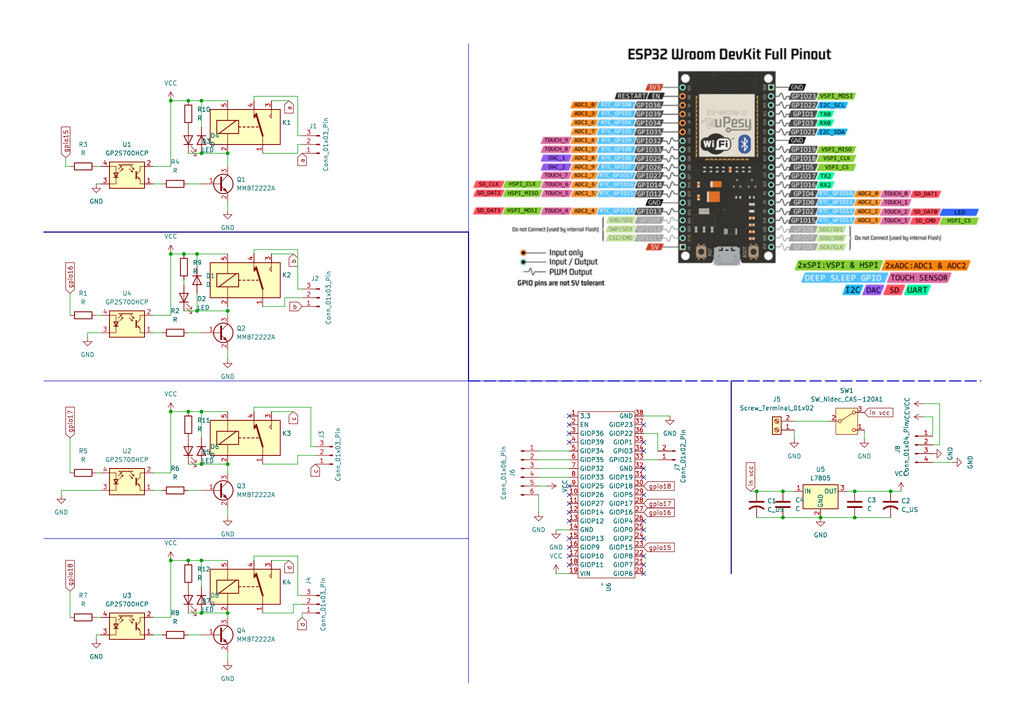
<source format=kicad_sch>
(kicad_sch (version 20250114) (generator "eeschema") (generator_version "9.0")
  (paper "A4")
  (lib_symbols
    (symbol "Connector:Conn_01x02_Pin" (pin_names (offset 1.016) (hide yes))
      (property "Reference" "J" (at 0 2.54 0))
      (property "Value" "Conn_01x02_Pin" (at 0 -5.08 0))
      (symbol "Conn_01x02_Pin_1_1"
        (rectangle (start 0.8636 0.127) (end 0 -0.127) (stroke (width 0.1524)) (fill (type outline)))
        (rectangle (start 0.8636 -2.413) (end 0 -2.667) (stroke (width 0.1524)) (fill (type outline)))
        (polyline (pts (xy 1.27 0) (xy 0.8636 0)) (stroke (width 0.1524)))
        (polyline (pts (xy 1.27 -2.54) (xy 0.8636 -2.54)) (stroke (width 0.1524)))
        (pin passive line (at 5.08 0 180) (length 3.81) (name "Pin_1") (number "1"))
        (pin passive line (at 5.08 -2.54 180) (length 3.81) (name "Pin_2") (number "2"))
      )
    )
    (symbol "Connector:Conn_01x03_Pin" (pin_names (offset 1.016) (hide yes))
      (property "Reference" "J" (at 0 5.08 0))
      (property "Value" "Conn_01x03_Pin" (at 0 -5.08 0))
      (symbol "Conn_01x03_Pin_1_1"
        (rectangle (start 0.8636 2.667) (end 0 2.413) (stroke (width 0.1524)) (fill (type outline)))
        (rectangle (start 0.8636 0.127) (end 0 -0.127) (stroke (width 0.1524)) (fill (type outline)))
        (rectangle (start 0.8636 -2.413) (end 0 -2.667) (stroke (width 0.1524)) (fill (type outline)))
        (polyline (pts (xy 1.27 2.54) (xy 0.8636 2.54)) (stroke (width 0.1524)))
        (polyline (pts (xy 1.27 0) (xy 0.8636 0)) (stroke (width 0.1524)))
        (polyline (pts (xy 1.27 -2.54) (xy 0.8636 -2.54)) (stroke (width 0.1524)))
        (pin passive line (at 5.08 2.54 180) (length 3.81) (name "Pin_1") (number "1"))
        (pin passive line (at 5.08 0 180) (length 3.81) (name "Pin_2") (number "2"))
        (pin passive line (at 5.08 -2.54 180) (length 3.81) (name "Pin_3") (number "3"))
      )
    )
    (symbol "Connector:Conn_01x04_Pin" (pin_names (offset 1.016) (hide yes))
      (property "Reference" "J" (at 0 5.08 0))
      (property "Value" "Conn_01x04_Pin" (at 0 -7.62 0))
      (symbol "Conn_01x04_Pin_1_1"
        (rectangle (start 0.8636 2.667) (end 0 2.413) (stroke (width 0.1524)) (fill (type outline)))
        (rectangle (start 0.8636 0.127) (end 0 -0.127) (stroke (width 0.1524)) (fill (type outline)))
        (rectangle (start 0.8636 -2.413) (end 0 -2.667) (stroke (width 0.1524)) (fill (type outline)))
        (rectangle (start 0.8636 -4.953) (end 0 -5.207) (stroke (width 0.1524)) (fill (type outline)))
        (polyline (pts (xy 1.27 2.54) (xy 0.8636 2.54)) (stroke (width 0.1524)))
        (polyline (pts (xy 1.27 0) (xy 0.8636 0)) (stroke (width 0.1524)))
        (polyline (pts (xy 1.27 -2.54) (xy 0.8636 -2.54)) (stroke (width 0.1524)))
        (polyline (pts (xy 1.27 -5.08) (xy 0.8636 -5.08)) (stroke (width 0.1524)))
        (pin passive line (at 5.08 2.54 180) (length 3.81) (name "Pin_1") (number "1"))
        (pin passive line (at 5.08 0 180) (length 3.81) (name "Pin_2") (number "2"))
        (pin passive line (at 5.08 -2.54 180) (length 3.81) (name "Pin_3") (number "3"))
        (pin passive line (at 5.08 -5.08 180) (length 3.81) (name "Pin_4") (number "4"))
      )
    )
    (symbol "Connector:Conn_01x06_Pin" (pin_names (offset 1.016) (hide yes))
      (property "Reference" "J" (at 0 7.62 0))
      (property "Value" "Conn_01x06_Pin" (at 0 -10.16 0))
      (symbol "Conn_01x06_Pin_1_1"
        (rectangle (start 0.8636 5.207) (end 0 4.953) (stroke (width 0.1524)) (fill (type outline)))
        (rectangle (start 0.8636 2.667) (end 0 2.413) (stroke (width 0.1524)) (fill (type outline)))
        (rectangle (start 0.8636 0.127) (end 0 -0.127) (stroke (width 0.1524)) (fill (type outline)))
        (rectangle (start 0.8636 -2.413) (end 0 -2.667) (stroke (width 0.1524)) (fill (type outline)))
        (rectangle (start 0.8636 -4.953) (end 0 -5.207) (stroke (width 0.1524)) (fill (type outline)))
        (rectangle (start 0.8636 -7.493) (end 0 -7.747) (stroke (width 0.1524)) (fill (type outline)))
        (polyline (pts (xy 1.27 5.08) (xy 0.8636 5.08)) (stroke (width 0.1524)))
        (polyline (pts (xy 1.27 2.54) (xy 0.8636 2.54)) (stroke (width 0.1524)))
        (polyline (pts (xy 1.27 0) (xy 0.8636 0)) (stroke (width 0.1524)))
        (polyline (pts (xy 1.27 -2.54) (xy 0.8636 -2.54)) (stroke (width 0.1524)))
        (polyline (pts (xy 1.27 -5.08) (xy 0.8636 -5.08)) (stroke (width 0.1524)))
        (polyline (pts (xy 1.27 -7.62) (xy 0.8636 -7.62)) (stroke (width 0.1524)))
        (pin passive line (at 5.08 5.08 180) (length 3.81) (name "Pin_1") (number "1"))
        (pin passive line (at 5.08 2.54 180) (length 3.81) (name "Pin_2") (number "2"))
        (pin passive line (at 5.08 0 180) (length 3.81) (name "Pin_3") (number "3"))
        (pin passive line (at 5.08 -2.54 180) (length 3.81) (name "Pin_4") (number "4"))
        (pin passive line (at 5.08 -5.08 180) (length 3.81) (name "Pin_5") (number "5"))
        (pin passive line (at 5.08 -7.62 180) (length 3.81) (name "Pin_6") (number "6"))
      )
    )
    (symbol "Connector:Screw_Terminal_01x02" (pin_names (offset 1.016) (hide yes))
      (property "Reference" "J" (at 0 2.54 0))
      (property "Value" "Screw_Terminal_01x02" (at 0 -5.08 0))
      (symbol "Screw_Terminal_01x02_1_1"
        (rectangle (start -1.27 1.27) (end 1.27 -3.81) (stroke (width 0.254)) (fill (type background)))
        (polyline (pts (xy -0.5334 0.3302) (xy 0.3302 -0.508)) (stroke (width 0.1524)))
        (polyline (pts (xy -0.5334 -2.2098) (xy 0.3302 -3.048)) (stroke (width 0.1524)))
        (polyline (pts (xy -0.3556 0.508) (xy 0.508 -0.3302)) (stroke (width 0.1524)))
        (polyline (pts (xy -0.3556 -2.032) (xy 0.508 -2.8702)) (stroke (width 0.1524)))
        (circle (center 0 0) (radius 0.635) (stroke (width 0.1524)))
        (circle (center 0 -2.54) (radius 0.635) (stroke (width 0.1524)))
        (pin passive line (at -5.08 0 0) (length 3.81) (name "Pin_1") (number "1"))
        (pin passive line (at -5.08 -2.54 0) (length 3.81) (name "Pin_2") (number "2"))
      )
    )
    (symbol "Device:C" (pin_numbers (hide yes)) (pin_names (offset 0.254))
      (property "Reference" "C" (at 0.635 2.54 0))
      (property "Value" "C" (at 0.635 -2.54 0))
      (symbol "C_0_1"
        (polyline (pts (xy -2.032 0.762) (xy 2.032 0.762)) (stroke (width 0.508)))
        (polyline (pts (xy -2.032 -0.762) (xy 2.032 -0.762)) (stroke (width 0.508)))
      )
      (symbol "C_1_1"
        (pin passive line (at 0 3.81 270) (length 2.794) (name "~") (number "1"))
        (pin passive line (at 0 -3.81 90) (length 2.794) (name "~") (number "2"))
      )
    )
    (symbol "Device:C_US" (pin_numbers (hide yes)) (pin_names (offset 0.254) (hide yes))
      (property "Reference" "C" (at 0.635 2.54 0))
      (property "Value" "C_US" (at 0.635 -2.54 0))
      (symbol "C_US_0_1"
        (polyline (pts (xy -2.032 0.762) (xy 2.032 0.762)) (stroke (width 0.508)))
        (arc (start -2.032 -1.27) (mid 0 -0.5572) (end 2.032 -1.27) (stroke (width 0.508)))
      )
      (symbol "C_US_1_1"
        (pin passive line (at 0 3.81 270) (length 2.794) (name "~") (number "1"))
        (pin passive line (at 0 -3.81 90) (length 3.302) (name "~") (number "2"))
      )
    )
    (symbol "Device:D" (pin_numbers (hide yes)) (pin_names (offset 1.016) (hide yes))
      (property "Reference" "D" (at 0 2.54 0))
      (property "Value" "D" (at 0 -2.54 0))
      (symbol "D_0_1"
        (polyline (pts (xy -1.27 1.27) (xy -1.27 -1.27)) (stroke (width 0.254)))
        (polyline (pts (xy 1.27 1.27) (xy 1.27 -1.27) (xy -1.27 0) (xy 1.27 1.27)) (stroke (width 0.254)))
        (polyline (pts (xy 1.27 0) (xy -1.27 0)))
      )
      (symbol "D_1_1"
        (pin passive line (at -3.81 0 0) (length 2.54) (name "K") (number "1"))
        (pin passive line (at 3.81 0 180) (length 2.54) (name "A") (number "2"))
      )
    )
    (symbol "Device:LED" (pin_numbers (hide yes)) (pin_names (offset 1.016) (hide yes))
      (property "Reference" "D" (at 0 2.54 0))
      (property "Value" "LED" (at 0 -2.54 0))
      (symbol "LED_0_1"
        (polyline (pts (xy -3.048 -0.762) (xy -4.572 -2.286) (xy -3.81 -2.286) (xy -4.572 -2.286) (xy -4.572 -1.524)))
        (polyline (pts (xy -1.778 -0.762) (xy -3.302 -2.286) (xy -2.54 -2.286) (xy -3.302 -2.286) (xy -3.302 -1.524)))
        (polyline (pts (xy -1.27 0) (xy 1.27 0)))
        (polyline (pts (xy -1.27 -1.27) (xy -1.27 1.27)) (stroke (width 0.254)))
        (polyline (pts (xy 1.27 -1.27) (xy 1.27 1.27) (xy -1.27 0) (xy 1.27 -1.27)) (stroke (width 0.254)))
      )
      (symbol "LED_1_1"
        (pin passive line (at -3.81 0 0) (length 2.54) (name "K") (number "1"))
        (pin passive line (at 3.81 0 180) (length 2.54) (name "A") (number "2"))
      )
    )
    (symbol "Device:R" (pin_numbers (hide yes)) (pin_names (offset 0))
      (property "Reference" "R" (at 2.032 0 90))
      (property "Value" "R" (at 0 0 90))
      (symbol "R_0_1"
        (rectangle (start -1.016 -2.54) (end 1.016 2.54) (stroke (width 0.254)))
      )
      (symbol "R_1_1"
        (pin passive line (at 0 3.81 270) (length 1.27) (name "~") (number "1"))
        (pin passive line (at 0 -3.81 90) (length 1.27) (name "~") (number "2"))
      )
    )
    (symbol "Regulator_Linear:L7805" (pin_names (offset 0.254))
      (property "Reference" "U" (at -3.81 3.175 0))
      (property "Value" "L7805" (at 0 3.175 0))
      (symbol "L7805_0_1"
        (rectangle (start -5.08 1.905) (end 5.08 -5.08) (stroke (width 0.254)) (fill (type background)))
      )
      (symbol "L7805_1_1"
        (pin power_in line (at -7.62 0 0) (length 2.54) (name "IN") (number "1"))
        (pin power_in line (at 0 -7.62 90) (length 2.54) (name "GND") (number "2"))
        (pin power_out line (at 7.62 0 180) (length 2.54) (name "OUT") (number "3"))
      )
    )
    (symbol "Relay:SANYOU_SRD_Form_C"
      (property "Reference" "K" (at 11.43 3.81 0))
      (property "Value" "SANYOU_SRD_Form_C" (at 11.43 1.27 0))
      (symbol "SANYOU_SRD_Form_C_0_0"
        (polyline (pts (xy 7.62 5.08) (xy 7.62 2.54) (xy 6.985 3.175) (xy 7.62 3.81)))
      )
      (symbol "SANYOU_SRD_Form_C_0_1"
        (rectangle (start -10.16 5.08) (end 10.16 -5.08) (stroke (width 0.254)) (fill (type background)))
        (rectangle (start -8.255 1.905) (end -1.905 -1.905) (stroke (width 0.254)))
        (polyline (pts (xy -7.62 -1.905) (xy -2.54 1.905)) (stroke (width 0.254)))
        (polyline (pts (xy -5.08 5.08) (xy -5.08 1.905)))
        (polyline (pts (xy -5.08 -5.08) (xy -5.08 -1.905)))
        (polyline (pts (xy -1.905 0) (xy -1.27 0)) (stroke (width 0.254)))
        (polyline (pts (xy -0.635 0) (xy 0 0)) (stroke (width 0.254)))
        (polyline (pts (xy 0.635 0) (xy 1.27 0)) (stroke (width 0.254)))
        (polyline (pts (xy 1.905 0) (xy 2.54 0)) (stroke (width 0.254)))
        (polyline (pts (xy 3.175 0) (xy 3.81 0)) (stroke (width 0.254)))
        (polyline (pts (xy 5.08 -2.54) (xy 3.175 3.81)) (stroke (width 0.508)))
        (polyline (pts (xy 5.08 -2.54) (xy 5.08 -5.08)))
      )
      (symbol "SANYOU_SRD_Form_C_1_1"
        (polyline (pts (xy 2.54 3.81) (xy 3.175 3.175) (xy 2.54 2.54) (xy 2.54 5.08)) (fill (type outline)))
        (pin passive line (at -5.08 7.62 270) (length 2.54) (name "~") (number "5"))
        (pin passive line (at -5.08 -7.62 90) (length 2.54) (name "~") (number "2"))
        (pin passive line (at 2.54 7.62 270) (length 2.54) (name "~") (number "4"))
        (pin passive line (at 5.08 -7.62 90) (length 2.54) (name "~") (number "1"))
        (pin passive line (at 7.62 7.62 270) (length 2.54) (name "~") (number "3"))
      )
    )
    (symbol "Sensor_Proximity:GP2S700HCP" (pin_names (offset 0.0254) (hide yes))
      (property "Reference" "U" (at -3.81 5.08 0))
      (property "Value" "GP2S700HCP" (at 12.7 5.08 0))
      (symbol "GP2S700HCP_0_1"
        (polyline (pts (xy -5.08 -2.54) (xy -3.175 -2.54) (xy -3.175 2.54) (xy -5.08 2.54)))
        (polyline (pts (xy -5.08 -3.81) (xy 5.08 -3.81) (xy 5.08 3.81) (xy -5.08 3.81) (xy -5.08 -3.81)) (stroke (width 0.254)) (fill (type background)))
        (polyline (pts (xy -3.81 -0.635) (xy -2.54 -0.635)) (stroke (width 0.254)))
        (polyline (pts (xy -3.175 -0.635) (xy -3.81 0.635) (xy -2.54 0.635) (xy -3.175 -0.635)) (stroke (width 0.254)))
        (polyline (pts (xy -2.54 1.651) (xy -1.524 2.667) (xy -2.032 2.54)))
        (polyline (pts (xy -2.286 2.921) (xy -2.032 3.175)))
        (polyline (pts (xy -2.159 0.889) (xy -1.143 1.905) (xy -1.651 1.778)))
        (polyline (pts (xy -1.778 2.921) (xy -1.524 3.175)))
        (polyline (pts (xy -1.524 2.667) (xy -1.651 2.159)))
        (polyline (pts (xy -1.27 2.921) (xy -1.016 3.175)))
        (polyline (pts (xy -1.143 1.905) (xy -1.27 1.397)))
        (polyline (pts (xy -0.762 2.921) (xy -0.508 3.175)))
        (polyline (pts (xy -0.254 2.921) (xy 0 3.175)))
        (polyline (pts (xy 0.254 2.921) (xy 0.508 3.175)))
        (polyline (pts (xy 0.635 1.905) (xy 1.651 0.889) (xy 1.524 1.397)))
        (polyline (pts (xy 0.762 2.921) (xy 1.016 3.175)))
        (polyline (pts (xy 1.016 2.667) (xy 2.032 1.651) (xy 1.905 2.159)))
        (polyline (pts (xy 1.27 2.921) (xy 1.524 3.175)))
        (polyline (pts (xy 1.651 0.889) (xy 1.143 1.016)))
        (polyline (pts (xy 1.778 2.921) (xy -2.413 2.921)))
        (polyline (pts (xy 2.032 1.651) (xy 1.524 1.778)))
        (polyline (pts (xy 2.667 1.016) (xy 2.667 -1.016) (xy 2.667 -1.016)) (stroke (width 0.3556)))
        (polyline (pts (xy 2.667 0.127) (xy 3.81 1.27)))
        (polyline (pts (xy 2.667 -0.127) (xy 3.81 -1.27)))
        (polyline (pts (xy 3.683 -1.143) (xy 3.429 -0.635) (xy 3.175 -0.889) (xy 3.683 -1.143)))
        (polyline (pts (xy 3.81 1.27) (xy 3.81 2.54) (xy 5.08 2.54)))
        (polyline (pts (xy 3.81 -1.27) (xy 3.81 -2.54) (xy 5.08 -2.54)))
      )
      (symbol "GP2S700HCP_1_1"
        (pin passive line (at -7.62 2.54 0) (length 2.54) (name "A") (number "4"))
        (pin passive line (at -7.62 -2.54 0) (length 2.54) (name "K") (number "3"))
        (pin open_collector line (at 7.62 2.54 180) (length 2.54) (name "~") (number "2"))
        (pin open_emitter line (at 7.62 -2.54 180) (length 2.54) (name "~") (number "1"))
      )
    )
    (symbol "Switch:SW_Nidec_CAS-120A1" (pin_names (offset 1) (hide yes))
      (property "Reference" "SW" (at 0 4.318 0))
      (property "Value" "SW_Nidec_CAS-120A1" (at 0 -5.08 0))
      (symbol "SW_Nidec_CAS-120A1_0_1"
        (circle (center -2.032 0) (radius 0.4572))
        (polyline (pts (xy -1.651 0.254) (xy 1.651 2.286)))
        (circle (center 2.032 2.54) (radius 0.4572))
        (circle (center 2.032 -2.54) (radius 0.4572))
      )
      (symbol "SW_Nidec_CAS-120A1_1_1"
        (rectangle (start -3.175 3.81) (end 3.175 -3.81) (fill (type background)))
        (pin passive line (at -5.08 0 0) (length 2.54) (name "B") (number "2"))
        (pin passive line (at 5.08 2.54 180) (length 2.54) (name "A") (number "3"))
        (pin passive line (at 5.08 -2.54 180) (length 2.54) (name "C") (number "1"))
      )
    )
    (symbol "Transistor_BJT:MMBT2222A" (pin_names (offset 0) (hide yes))
      (property "Reference" "Q" (at 5.08 1.905 0))
      (property "Value" "MMBT2222A" (at 5.08 0 0))
      (symbol "MMBT2222A_0_1"
        (polyline (pts (xy 0.635 1.905) (xy 0.635 -1.905) (xy 0.635 -1.905)) (stroke (width 0.508)))
        (polyline (pts (xy 0.635 0.635) (xy 2.54 2.54)))
        (polyline (pts (xy 0.635 -0.635) (xy 2.54 -2.54) (xy 2.54 -2.54)))
        (circle (center 1.27 0) (radius 2.8194) (stroke (width 0.254)))
        (polyline (pts (xy 1.27 -1.778) (xy 1.778 -1.27) (xy 2.286 -2.286) (xy 1.27 -1.778) (xy 1.27 -1.778)) (fill (type outline)))
      )
      (symbol "MMBT2222A_1_1"
        (pin input line (at -5.08 0 0) (length 5.715) (name "B") (number "1"))
        (pin passive line (at 2.54 5.08 270) (length 2.54) (name "C") (number "3"))
        (pin passive line (at 2.54 -5.08 90) (length 2.54) (name "E") (number "2"))
      )
    )
    (symbol "esp:_1"
      (property "Reference" "U" (at 0 0 0))
      (symbol "_1_0_1"
        (rectangle (start -7.62 0) (end 8.89 -48.26))
      )
      (symbol "_1_1_1"
        (pin input line (at -10.16 -1.27 0) (length 2.54) (name "3.3") (number "1"))
        (pin input line (at -10.16 -3.81 0) (length 2.54) (name "EN") (number "2"))
        (pin input line (at -10.16 -6.35 0) (length 2.54) (name "GIOP36") (number "3"))
        (pin input line (at -10.16 -8.89 0) (length 2.54) (name "GIOP39") (number "4"))
        (pin input line (at -10.16 -11.43 0) (length 2.54) (name "GIOP34") (number "5"))
        (pin input line (at -10.16 -13.97 0) (length 2.54) (name "GIOP35") (number "6"))
        (pin input line (at -10.16 -16.51 0) (length 2.54) (name "GIOP32") (number "7"))
        (pin input line (at -10.16 -19.05 0) (length 2.54) (name "GIOP33") (number "8"))
        (pin input line (at -10.16 -21.59 0) (length 2.54) (name "GIOP25") (number "9"))
        (pin input line (at -10.16 -24.13 0) (length 2.54) (name "GIOP26") (number "10"))
        (pin input line (at -10.16 -26.67 0) (length 2.54) (name "GIOP27") (number "11"))
        (pin input line (at -10.16 -29.21 0) (length 2.54) (name "GIOP14") (number "12"))
        (pin input line (at -10.16 -31.75 0) (length 2.54) (name "GIOP12") (number "13"))
        (pin input line (at -10.16 -34.29 0) (length 2.54) (name "GND") (number "14"))
        (pin input line (at -10.16 -36.83 0) (length 2.54) (name "GIOP13") (number "15"))
        (pin input line (at -10.16 -39.37 0) (length 2.54) (name "GIOP9") (number "16"))
        (pin input line (at -10.16 -41.91 0) (length 2.54) (name "GIOP10") (number "17"))
        (pin input line (at -10.16 -44.45 0) (length 2.54) (name "GIOP11") (number "18"))
        (pin input line (at -10.16 -46.99 0) (length 2.54) (name "VIN") (number "19"))
        (pin input line (at 11.43 -1.27 180) (length 2.54) (name "GND") (number "38"))
        (pin input line (at 11.43 -3.81 180) (length 2.54) (name "GIOP23") (number "37"))
        (pin input line (at 11.43 -6.35 180) (length 2.54) (name "GIOP22") (number "36"))
        (pin input line (at 11.43 -8.89 180) (length 2.54) (name "GIOP1") (number "35"))
        (pin input line (at 11.43 -11.43 180) (length 2.54) (name "GPIO3") (number "34"))
        (pin input line (at 11.43 -13.97 180) (length 2.54) (name "GPIO21") (number "33"))
        (pin input line (at 11.43 -16.51 180) (length 2.54) (name "GND") (number "32"))
        (pin input line (at 11.43 -19.05 180) (length 2.54) (name "GIOP19") (number "31"))
        (pin input line (at 11.43 -21.59 180) (length 2.54) (name "GIOP18") (number "30"))
        (pin input line (at 11.43 -24.13 180) (length 2.54) (name "GIOP5") (number "29"))
        (pin input line (at 11.43 -26.67 180) (length 2.54) (name "GIOP17") (number "28"))
        (pin input line (at 11.43 -29.21 180) (length 2.54) (name "GIOP16") (number "27"))
        (pin input line (at 11.43 -31.75 180) (length 2.54) (name "GIOP4") (number "26"))
        (pin input line (at 11.43 -34.29 180) (length 2.54) (name "GIOP0") (number "25"))
        (pin input line (at 11.43 -36.83 180) (length 2.54) (name "GIOP2") (number "24"))
        (pin input line (at 11.43 -39.37 180) (length 2.54) (name "GIOP15") (number "23"))
        (pin input line (at 11.43 -41.91 180) (length 2.54) (name "GIOP8") (number "22"))
        (pin input line (at 11.43 -44.45 180) (length 2.54) (name "GIOP7") (number "21"))
        (pin input line (at 11.43 -46.99 180) (length 2.54) (name "GIOP6") (number "20"))
      )
    )
    (symbol "power:GND" (power) (pin_numbers (hide yes)) (pin_names (offset 0) (hide yes))
      (property "Value" "GND" (at 0 -3.81 0))
      (symbol "GND_0_1"
        (polyline (pts (xy 0 0) (xy 0 -1.27) (xy 1.27 -1.27) (xy 0 -2.54) (xy -1.27 -1.27) (xy 0 -1.27)))
      )
      (symbol "GND_1_1"
        (pin power_in line (at 0 0 270) (length 0) (name "~") (number "1"))
      )
    )
    (symbol "power:VCC" (power) (pin_numbers (hide yes)) (pin_names (offset 0) (hide yes))
      (property "Value" "VCC" (at 0 3.556 0))
      (symbol "VCC_0_1"
        (polyline (pts (xy -0.762 1.27) (xy 0 2.54)))
        (polyline (pts (xy 0 2.54) (xy 0.762 1.27)))
        (polyline (pts (xy 0 0) (xy 0 2.54)))
      )
      (symbol "VCC_1_1"
        (pin power_in line (at 0 0 90) (length 0) (name "~") (number "1"))
      )
    )
  )
  (junction (at 49.53 162.56))
  (junction (at 58.42 177.8))
  (junction (at 227.076 150.114))
  (junction (at 54.61 29.21))
  (junction (at 247.904 142.494))
  (junction (at 49.53 29.21))
  (junction (at 58.42 162.56))
  (junction (at 58.42 44.45))
  (junction (at 66.04 90.17))
  (junction (at 66.04 134.62))
  (junction (at 58.42 119.38))
  (junction (at 54.61 162.56))
  (junction (at 219.456 142.494))
  (junction (at 57.15 90.17))
  (junction (at 66.04 177.8))
  (junction (at 66.04 44.45))
  (junction (at 58.42 134.62))
  (junction (at 258.318 142.494))
  (junction (at 58.42 29.21))
  (junction (at 247.904 150.114))
  (junction (at 57.15 73.66))
  (junction (at 49.53 119.38))
  (junction (at 237.998 150.114))
  (junction (at 49.53 73.66))
  (junction (at 227.076 142.494))
  (junction (at 53.34 73.66))
  (junction (at 54.61 119.38))
  (no_connect (at 186.69 166.37))
  (no_connect (at 186.69 151.13))
  (no_connect (at 165.1 163.83))
  (no_connect (at 165.1 128.27))
  (no_connect (at 165.1 120.65))
  (no_connect (at 186.69 128.27))
  (no_connect (at 165.1 148.59))
  (no_connect (at 165.1 140.97))
  (no_connect (at 165.1 161.29))
  (no_connect (at 165.1 158.75))
  (no_connect (at 186.69 163.83))
  (no_connect (at 186.69 143.51))
  (no_connect (at 165.1 125.73))
  (no_connect (at 186.69 123.19))
  (no_connect (at 165.1 123.19))
  (no_connect (at 186.69 156.21))
  (no_connect (at 186.69 135.89))
  (no_connect (at 165.1 143.51))
  (no_connect (at 186.69 153.67))
  (no_connect (at 186.69 130.81))
  (no_connect (at 186.69 138.43))
  (no_connect (at 165.1 146.05))
  (no_connect (at 165.1 156.21))
  (no_connect (at 165.1 151.13))
  (no_connect (at 186.69 161.29))
  (wire (pts (xy 86.36 39.37) (xy 86.36 27.94)))
  (wire (pts (xy 57.15 73.66) (xy 66.04 73.66)))
  (wire (pts (xy 20.32 171.45) (xy 20.32 179.07)))
  (wire (pts (xy 78.74 162.56) (xy 83.82 162.56)))
  (wire (pts (xy 270.51 120.904) (xy 267.716 120.904)))
  (wire (pts (xy 230.378 122.174) (xy 240.538 122.174)))
  (bus (pts (xy 135.89 67.31) (xy 135.89 110.49)))
  (wire (pts (xy 165.1 166.37) (xy 161.29 166.37)))
  (bus (pts (xy 12.7 67.31) (xy 135.89 67.31)))
  (wire (pts (xy 227.076 142.494) (xy 230.378 142.494)))
  (wire (pts (xy 73.66 27.94) (xy 73.66 29.21)))
  (wire (pts (xy 49.53 48.26) (xy 49.53 29.21)))
  (wire (pts (xy 90.17 118.11) (xy 73.66 118.11)))
  (wire (pts (xy 165.1 153.67) (xy 161.29 153.67)))
  (wire (pts (xy 270.51 126.492) (xy 270.51 120.904)))
  (wire (pts (xy 66.04 58.42) (xy 66.04 60.96)))
  (wire (pts (xy 73.66 27.94) (xy 86.36 27.94)))
  (wire (pts (xy 87.63 172.72) (xy 86.36 172.72)))
  (wire (pts (xy 53.34 90.17) (xy 57.15 90.17)))
  (polyline (pts (xy 135.89 12.7) (xy 135.89 67.31)))
  (wire (pts (xy 86.36 44.45) (xy 76.2 44.45)))
  (wire (pts (xy 86.36 39.37) (xy 87.63 39.37)))
  (wire (pts (xy 66.04 134.62) (xy 66.04 137.16)))
  (wire (pts (xy 165.1 138.43) (xy 156.21 138.43)))
  (wire (pts (xy 49.53 119.38) (xy 54.61 119.38)))
  (wire (pts (xy 27.94 184.15) (xy 27.94 185.42)))
  (wire (pts (xy 86.36 83.82) (xy 86.36 72.39)))
  (polyline (pts (xy 151.13 110.49) (xy 194.31 110.49)))
  (wire (pts (xy 58.42 127) (xy 58.42 119.38)))
  (wire (pts (xy 54.61 142.24) (xy 58.42 142.24)))
  (wire (pts (xy 25.4 96.52) (xy 29.21 96.52)))
  (wire (pts (xy 53.34 73.66) (xy 57.15 73.66)))
  (wire (pts (xy 27.94 137.16) (xy 29.21 137.16)))
  (wire (pts (xy 44.45 137.16) (xy 49.53 137.16)))
  (wire (pts (xy 66.04 90.17) (xy 66.04 91.44)))
  (polyline (pts (xy 135.89 156.21) (xy 135.89 198.12)))
  (wire (pts (xy 86.36 172.72) (xy 86.36 161.29)))
  (wire (pts (xy 54.61 162.56) (xy 58.42 162.56)))
  (wire (pts (xy 66.04 44.45) (xy 66.04 48.26)))
  (wire (pts (xy 82.55 86.36) (xy 82.55 88.9)))
  (wire (pts (xy 86.36 41.91) (xy 86.36 44.45)))
  (wire (pts (xy 85.09 177.8) (xy 76.2 177.8)))
  (wire (pts (xy 87.63 83.82) (xy 86.36 83.82)))
  (wire (pts (xy 57.15 85.09) (xy 57.15 90.17)))
  (wire (pts (xy 54.61 134.62) (xy 58.42 134.62)))
  (wire (pts (xy 49.53 91.44) (xy 49.53 73.66)))
  (wire (pts (xy 250.698 127.254) (xy 250.698 124.714)))
  (wire (pts (xy 87.63 177.8) (xy 87.63 179.07)))
  (wire (pts (xy 54.61 184.15) (xy 58.42 184.15)))
  (polyline (pts (xy 135.89 156.21) (xy 135.89 110.49)))
  (wire (pts (xy 190.754 125.73) (xy 186.69 125.73)))
  (wire (pts (xy 66.04 88.9) (xy 66.04 90.17)))
  (wire (pts (xy 78.74 73.66) (xy 85.09 73.66)))
  (wire (pts (xy 247.904 142.494) (xy 245.618 142.494)))
  (wire (pts (xy 57.15 77.47) (xy 57.15 73.66)))
  (wire (pts (xy 17.78 142.24) (xy 17.78 143.51)))
  (wire (pts (xy 44.45 91.44) (xy 49.53 91.44)))
  (wire (pts (xy 54.61 29.21) (xy 58.42 29.21)))
  (wire (pts (xy 156.21 143.51) (xy 156.21 148.59)))
  (wire (pts (xy 73.66 161.29) (xy 73.66 162.56)))
  (bus (pts (xy 212.09 110.49) (xy 212.09 166.37)))
  (wire (pts (xy 54.61 177.8) (xy 58.42 177.8)))
  (wire (pts (xy 44.45 53.34) (xy 46.99 53.34)))
  (wire (pts (xy 276.352 134.112) (xy 270.51 134.112)))
  (wire (pts (xy 158.75 140.97) (xy 156.21 140.97)))
  (wire (pts (xy 54.61 44.45) (xy 58.42 44.45)))
  (wire (pts (xy 237.998 150.114) (xy 247.904 150.114)))
  (wire (pts (xy 83.82 29.21) (xy 78.74 29.21)))
  (polyline (pts (xy 12.7 110.49) (xy 151.13 110.49)))
  (wire (pts (xy 87.63 41.91) (xy 86.36 41.91)))
  (wire (pts (xy 27.94 48.26) (xy 29.21 48.26)))
  (wire (pts (xy 49.53 29.21) (xy 54.61 29.21)))
  (wire (pts (xy 44.45 96.52) (xy 46.99 96.52)))
  (wire (pts (xy 44.45 184.15) (xy 46.99 184.15)))
  (polyline (pts (xy 12.7 156.21) (xy 135.89 156.21)))
  (wire (pts (xy 20.32 85.09) (xy 20.32 91.44)))
  (wire (pts (xy 58.42 119.38) (xy 66.04 119.38)))
  (wire (pts (xy 87.63 86.36) (xy 82.55 86.36)))
  (wire (pts (xy 54.61 96.52) (xy 58.42 96.52)))
  (wire (pts (xy 58.42 29.21) (xy 66.04 29.21)))
  (wire (pts (xy 227.076 150.114) (xy 237.998 150.114)))
  (wire (pts (xy 49.53 137.16) (xy 49.53 119.38)))
  (wire (pts (xy 267.716 117.094) (xy 272.542 117.094)))
  (wire (pts (xy 66.04 134.62) (xy 58.42 134.62)))
  (wire (pts (xy 86.36 134.62) (xy 76.2 134.62)))
  (wire (pts (xy 53.34 81.28) (xy 53.34 82.55)))
  (wire (pts (xy 27.94 91.44) (xy 29.21 91.44)))
  (wire (pts (xy 217.678 142.494) (xy 219.456 142.494)))
  (wire (pts (xy 66.04 44.45) (xy 58.42 44.45)))
  (wire (pts (xy 272.542 117.094) (xy 272.542 129.032)))
  (wire (pts (xy 27.94 184.15) (xy 29.21 184.15)))
  (wire (pts (xy 66.04 147.32) (xy 66.04 149.86)))
  (wire (pts (xy 82.55 88.9) (xy 76.2 88.9)))
  (wire (pts (xy 90.17 129.54) (xy 90.17 118.11)))
  (wire (pts (xy 66.04 177.8) (xy 58.42 177.8)))
  (wire (pts (xy 44.45 179.07) (xy 49.53 179.07)))
  (wire (pts (xy 20.32 127) (xy 20.32 137.16)))
  (wire (pts (xy 230.378 127.254) (xy 230.378 124.714)))
  (wire (pts (xy 49.53 162.56) (xy 49.53 179.07)))
  (wire (pts (xy 54.61 119.38) (xy 58.42 119.38)))
  (wire (pts (xy 27.94 53.34) (xy 29.21 53.34)))
  (wire (pts (xy 66.04 189.23) (xy 66.04 191.77)))
  (wire (pts (xy 165.1 135.89) (xy 156.21 135.89)))
  (wire (pts (xy 78.74 119.38) (xy 85.09 119.38)))
  (wire (pts (xy 91.44 129.54) (xy 90.17 129.54)))
  (wire (pts (xy 44.45 142.24) (xy 46.99 142.24)))
  (wire (pts (xy 190.754 133.35) (xy 186.69 133.35)))
  (wire (pts (xy 165.1 130.81) (xy 156.21 130.81)))
  (wire (pts (xy 219.456 150.114) (xy 227.076 150.114)))
  (wire (pts (xy 25.4 97.79) (xy 25.4 96.52)))
  (wire (pts (xy 190.754 130.81) (xy 190.754 125.73)))
  (polyline (pts (xy 135.89 110.49) (xy 284.48 110.49)) (stroke (width 0.3) (type dash)))
  (wire (pts (xy 258.318 142.494) (xy 247.904 142.494)))
  (wire (pts (xy 186.69 120.65) (xy 194.31 120.65)))
  (wire (pts (xy 91.44 132.08) (xy 86.36 132.08)))
  (wire (pts (xy 57.15 90.17) (xy 66.04 90.17)))
  (wire (pts (xy 66.04 101.6) (xy 66.04 104.14)))
  (wire (pts (xy 73.66 72.39) (xy 73.66 73.66)))
  (wire (pts (xy 86.36 132.08) (xy 86.36 134.62)))
  (wire (pts (xy 49.53 162.56) (xy 54.61 162.56)))
  (wire (pts (xy 165.1 133.35) (xy 156.21 133.35)))
  (wire (pts (xy 73.66 118.11) (xy 73.66 119.38)))
  (wire (pts (xy 20.32 48.26) (xy 19.05 48.26)))
  (wire (pts (xy 87.63 175.26) (xy 85.09 175.26)))
  (wire (pts (xy 44.45 48.26) (xy 49.53 48.26)))
  (wire (pts (xy 261.366 142.494) (xy 258.318 142.494)))
  (wire (pts (xy 54.61 53.34) (xy 58.42 53.34)))
  (wire (pts (xy 19.05 45.72) (xy 19.05 48.26)))
  (wire (pts (xy 85.09 175.26) (xy 85.09 177.8)))
  (wire (pts (xy 58.42 162.56) (xy 66.04 162.56)))
  (wire (pts (xy 86.36 72.39) (xy 73.66 72.39)))
  (wire (pts (xy 58.42 36.83) (xy 58.42 29.21)))
  (wire (pts (xy 219.456 142.494) (xy 227.076 142.494)))
  (wire (pts (xy 49.53 73.66) (xy 53.34 73.66)))
  (wire (pts (xy 58.42 170.18) (xy 58.42 162.56)))
  (wire (pts (xy 247.904 150.114) (xy 258.318 150.114)))
  (wire (pts (xy 27.94 179.07) (xy 29.21 179.07)))
  (wire (pts (xy 272.542 129.032) (xy 270.51 129.032)))
  (wire (pts (xy 17.78 142.24) (xy 29.21 142.24)))
  (wire (pts (xy 66.04 177.8) (xy 66.04 179.07)))
  (wire (pts (xy 86.36 161.29) (xy 73.66 161.29)))
  (image (at 210.566 49.784) (scale 2.50397))
  (global_label "a" (shape input) (at 83.82 29.21 270) (property "Intersheetrefs" "${INTERSHEET_REFS}" (effects (hide yes))))
  (global_label "a" (shape input) (at 87.63 44.45 270) (property "Intersheetrefs" "${INTERSHEET_REFS}" (effects (hide yes))))
  (global_label "in vcc" (shape input) (at 217.678 142.494 90) (property "Intersheetrefs" "${INTERSHEET_REFS}" (effects (hide yes))))
  (global_label "gpio17" (shape input) (at 20.32 127 90) (property "Intersheetrefs" "${INTERSHEET_REFS}" (effects (hide yes))))
  (global_label "gpio16" (shape input) (at 186.69 148.59 0) (property "Intersheetrefs" "${INTERSHEET_REFS}" (effects (hide yes))))
  (global_label "d" (shape input) (at 83.82 162.56 270) (property "Intersheetrefs" "${INTERSHEET_REFS}" (effects (hide yes))))
  (global_label "gpio17" (shape input) (at 186.69 146.05 0) (property "Intersheetrefs" "${INTERSHEET_REFS}" (effects (hide yes))))
  (global_label "gpio16" (shape input) (at 20.32 85.09 90) (property "Intersheetrefs" "${INTERSHEET_REFS}" (effects (hide yes))))
  (global_label "gpio18" (shape input) (at 20.32 171.45 90) (property "Intersheetrefs" "${INTERSHEET_REFS}" (effects (hide yes))))
  (global_label "gpio15" (shape input) (at 186.69 158.75 0) (property "Intersheetrefs" "${INTERSHEET_REFS}" (effects (hide yes))))
  (global_label "in vcc" (shape input) (at 250.698 119.634 0) (property "Intersheetrefs" "${INTERSHEET_REFS}" (effects (hide yes))))
  (global_label "b" (shape input) (at 85.09 73.66 270) (property "Intersheetrefs" "${INTERSHEET_REFS}" (effects (hide yes))))
  (global_label "b" (shape input) (at 87.63 88.9 180) (property "Intersheetrefs" "${INTERSHEET_REFS}" (effects (hide yes))))
  (global_label "c" (shape input) (at 91.44 134.62 270) (property "Intersheetrefs" "${INTERSHEET_REFS}" (effects (hide yes))))
  (global_label "gpio18" (shape input) (at 186.69 140.97 0) (property "Intersheetrefs" "${INTERSHEET_REFS}" (effects (hide yes))))
  (global_label "d" (shape input) (at 87.63 179.07 270) (property "Intersheetrefs" "${INTERSHEET_REFS}" (effects (hide yes))))
  (global_label "c" (shape input) (at 85.09 119.38 270) (property "Intersheetrefs" "${INTERSHEET_REFS}" (effects (hide yes))))
  (global_label "gpio15" (shape input) (at 19.05 45.72 90) (property "Intersheetrefs" "${INTERSHEET_REFS}" (effects (hide yes))))
  (symbol (lib_id "esp:_1") (at 175.26 119.38 0) (unit 1)
    (property "Reference" "U6" (at 176.5301 168.91 90) (effects (justify right)))
    (property "Value" "~" (at 174.625 168.91 90) (effects (justify right)))
    (property "Footprint" "esp:ESP32S_38_PINES" (effects (hide yes)))
  )
  (symbol (lib_id "power:GND") (at 66.04 149.86 0) (unit 1)
    (property "Reference" "#PWR06" (effects (hide yes)))
    (property "Value" "GND" (at 66.04 154.94 0))
    (property "Description" "Power symbol creates a global label with name \"GND\" , ground" (effects (hide yes)))
  )
  (symbol (lib_id "Device:R") (at 53.34 77.47 180) (unit 1)
    (property "Reference" "R9" (at 55.88 76.1999 0) (effects (justify right)))
    (property "Value" "R" (at 55.88 78.7399 0) (effects (justify right)))
    (property "Footprint" "Resistor_SMD:R_0805_2012Metric" (effects (hide yes)))
    (property "Description" "Resistor" (effects (hide yes)))
  )
  (symbol (lib_id "power:GND") (at 250.698 127.254 0) (unit 1)
    (property "Reference" "#PWR013" (effects (hide yes)))
    (property "Value" "GND" (at 250.698 132.334 0))
    (property "Description" "Power symbol creates a global label with name \"GND\" , ground" (effects (hide yes)))
  )
  (symbol (lib_id "power:GND") (at 156.21 148.59 0) (unit 1)
    (property "Reference" "#PWR015" (effects (hide yes)))
    (property "Value" "GND" (at 156.21 153.67 0))
    (property "Description" "Power symbol creates a global label with name \"GND\" , ground" (effects (hide yes)))
  )
  (symbol (lib_id "Device:R") (at 24.13 137.16 90) (unit 1)
    (property "Reference" "R5" (at 24.13 130.81 90))
    (property "Value" "R" (at 24.13 133.35 90))
    (property "Footprint" "Resistor_SMD:R_0805_2012Metric" (effects (hide yes)))
    (property "Description" "Resistor" (effects (hide yes)))
  )
  (symbol (lib_id "Connector:Screw_Terminal_01x02") (at 225.298 124.714 180) (unit 1)
    (property "Reference" "J5" (at 225.298 115.824 0))
    (property "Value" "Screw_Terminal_01x02" (at 225.298 118.364 0))
    (property "Footprint" "TerminalBlock:TerminalBlock_bornier-2_P5.08mm" (effects (hide yes)))
    (property "Description" "Generic screw terminal, single row, 01x02, script generated (kicad-library-utils/schlib/autogen/connector/)" (effects (hide yes)))
  )
  (symbol (lib_id "Device:LED") (at 54.61 130.81 90) (unit 1)
    (property "Reference" "D5" (at 58.42 131.1274 90) (effects (justify right)))
    (property "Value" "LED" (at 58.42 133.6674 90) (effects (justify right)))
    (property "Footprint" "LED_SMD:LED_0805_2012Metric" (effects (hide yes)))
    (property "Description" "Light emitting diode" (effects (hide yes)))
  )
  (symbol (lib_id "Sensor_Proximity:GP2S700HCP") (at 36.83 139.7 0) (unit 1)
    (property "Reference" "U2" (at 36.83 130.81 0))
    (property "Value" "GP2S700HCP" (at 36.83 133.35 0))
    (property "Footprint" "añañin:yokoono" (effects (hide yes)))
    (property "Datasheet" "https://www.sharpsde.com/fileadmin/products/Optoelectronics/Isolation%20Devices/Specs_Photointerrupter/GP2S700HCP_03Oct05_DS_D3-A02201FEN.pdf" (effects (hide yes)))
    (property "Description" "Reflective Optical Sensor 0.217\" (5.5mm) 4-SMD" (effects (hide yes)))
  )
  (symbol (lib_id "Device:LED") (at 53.34 86.36 90) (unit 1)
    (property "Reference" "D2" (at 57.15 86.6774 90) (effects (justify right)))
    (property "Value" "LED" (at 57.15 89.2174 90) (effects (justify right)))
    (property "Footprint" "LED_SMD:LED_0805_2012Metric" (effects (hide yes)))
    (property "Description" "Light emitting diode" (effects (hide yes)))
  )
  (symbol (lib_id "power:GND") (at 66.04 104.14 0) (unit 1)
    (property "Reference" "#PWR01" (effects (hide yes)))
    (property "Value" "GND" (at 66.04 109.22 0))
    (property "Description" "Power symbol creates a global label with name \"GND\" , ground" (effects (hide yes)))
  )
  (symbol (lib_id "Transistor_BJT:MMBT2222A") (at 63.5 53.34 0) (unit 1)
    (property "Reference" "Q1" (at 68.58 52.0699 0) (effects (justify left)))
    (property "Value" "MMBT2222A" (at 68.58 54.6099 0) (effects (justify left)))
    (property "Footprint" "Package_TO_SOT_SMD:SOT-23" (effects (hide yes)))
    (property "Datasheet" "https://assets.nexperia.com/documents/data-sheet/MMBT2222A.pdf" (effects (hide yes)))
    (property "Description" "600mA Ic, 40V Vce, NPN Transistor, SOT-23" (effects (hide yes)))
  )
  (symbol (lib_id "power:GND") (at 230.378 127.254 0) (unit 1)
    (property "Reference" "#PWR010" (effects (hide yes)))
    (property "Value" "GND" (at 230.378 132.334 0))
    (property "Description" "Power symbol creates a global label with name \"GND\" , ground" (effects (hide yes)))
  )
  (symbol (lib_id "Device:D") (at 58.42 40.64 270) (unit 1)
    (property "Reference" "D4" (at 60.96 39.3699 90) (effects (justify left)))
    (property "Value" "D" (at 60.96 41.9099 90) (effects (justify left)))
    (property "Footprint" "Diode_SMD:D_0805_2012Metric" (effects (hide yes)))
    (property "Description" "Diode" (effects (hide yes)))
    (property "Sim.Device" "D" (effects (hide yes)))
    (property "Sim.Pins" "1=K 2=A" (effects (hide yes)))
  )
  (symbol (lib_id "Device:C") (at 227.076 146.304 0) (unit 1)
    (property "Reference" "C4" (at 230.632 145.0339 0) (effects (justify left)))
    (property "Value" "C" (at 230.632 147.5739 0) (effects (justify left)))
    (property "Footprint" "EESTN5:CAP_0.1" (effects (hide yes)))
    (property "Description" "Unpolarized capacitor" (effects (hide yes)))
  )
  (symbol (lib_id "Connector:Conn_01x03_Pin") (at 92.71 86.36 180) (unit 1)
    (property "Reference" "J2" (at 90.17 80.772 0) (effects (justify right)))
    (property "Value" "Conn_01x03_Pin" (at 95.25 94.234 90) (effects (justify right)))
    (property "Footprint" "TerminalBlock:TerminalBlock_bornier-3_P5.08mm" (effects (hide yes)))
    (property "Description" "Generic connector, single row, 01x03, script generated" (effects (hide yes)))
  )
  (symbol (lib_id "power:VCC") (at 267.716 120.904 90) (unit 1)
    (property "Reference" "#PWR023" (effects (hide yes)))
    (property "Value" "VCC" (at 263.144 120.904 0))
    (property "Description" "Power symbol creates a global label with name \"VCC\"" (effects (hide yes)))
  )
  (symbol (lib_id "power:GND") (at 25.4 97.79 0) (unit 1)
    (property "Reference" "#PWR017" (effects (hide yes)))
    (property "Value" "GND" (at 25.4 102.87 0))
    (property "Description" "Power symbol creates a global label with name \"GND\" , ground" (effects (hide yes)))
  )
  (symbol (lib_id "power:VCC") (at 49.53 162.56 0) (unit 1)
    (property "Reference" "#PWR07" (effects (hide yes)))
    (property "Value" "VCC" (at 49.53 157.48 0))
    (property "Description" "Power symbol creates a global label with name \"VCC\"" (effects (hide yes)))
  )
  (symbol (lib_id "Transistor_BJT:MMBT2222A") (at 63.5 96.52 0) (unit 1)
    (property "Reference" "Q2" (at 68.58 95.2499 0) (effects (justify left)))
    (property "Value" "MMBT2222A" (at 68.58 97.7899 0) (effects (justify left)))
    (property "Footprint" "Package_TO_SOT_SMD:SOT-23" (effects (hide yes)))
    (property "Datasheet" "https://assets.nexperia.com/documents/data-sheet/MMBT2222A.pdf" (effects (hide yes)))
    (property "Description" "600mA Ic, 40V Vce, NPN Transistor, SOT-23" (effects (hide yes)))
  )
  (symbol (lib_id "Device:R") (at 24.13 48.26 90) (unit 1)
    (property "Reference" "R3" (at 24.13 41.91 90))
    (property "Value" "R" (at 24.13 44.45 90))
    (property "Footprint" "Resistor_SMD:R_0805_2012Metric" (effects (hide yes)))
    (property "Description" "Resistor" (effects (hide yes)))
  )
  (symbol (lib_id "power:GND") (at 237.998 150.114 0) (unit 1)
    (property "Reference" "#PWR012" (effects (hide yes)))
    (property "Value" "GND" (at 237.998 155.194 0))
    (property "Description" "Power symbol creates a global label with name \"GND\" , ground" (effects (hide yes)))
  )
  (symbol (lib_id "Device:R") (at 24.13 179.07 90) (unit 1)
    (property "Reference" "R7" (at 24.13 172.72 90))
    (property "Value" "R" (at 24.13 175.26 90))
    (property "Footprint" "Resistor_SMD:R_0805_2012Metric" (effects (hide yes)))
    (property "Description" "Resistor" (effects (hide yes)))
  )
  (symbol (lib_id "power:GND") (at 66.04 191.77 0) (unit 1)
    (property "Reference" "#PWR08" (effects (hide yes)))
    (property "Value" "GND" (at 66.04 196.85 0))
    (property "Description" "Power symbol creates a global label with name \"GND\" , ground" (effects (hide yes)))
  )
  (symbol (lib_id "power:GND") (at 27.94 185.42 0) (unit 1)
    (property "Reference" "#PWR019" (effects (hide yes)))
    (property "Value" "GND" (at 27.94 190.5 0))
    (property "Description" "Power symbol creates a global label with name \"GND\" , ground" (effects (hide yes)))
  )
  (symbol (lib_id "Device:D") (at 58.42 130.81 270) (unit 1)
    (property "Reference" "D6" (at 60.96 129.5399 90) (effects (justify left)))
    (property "Value" "D" (at 60.96 132.0799 90) (effects (justify left)))
    (property "Footprint" "Diode_SMD:D_0805_2012Metric" (effects (hide yes)))
    (property "Description" "Diode" (effects (hide yes)))
    (property "Sim.Device" "D" (effects (hide yes)))
    (property "Sim.Pins" "1=K 2=A" (effects (hide yes)))
  )
  (symbol (lib_id "Device:R") (at 54.61 166.37 180) (unit 1)
    (property "Reference" "R12" (at 57.15 165.0999 0) (effects (justify right)))
    (property "Value" "R" (at 57.15 167.6399 0) (effects (justify right)))
    (property "Footprint" "Resistor_SMD:R_0805_2012Metric" (effects (hide yes)))
    (property "Description" "Resistor" (effects (hide yes)))
  )
  (symbol (lib_id "Device:LED") (at 54.61 173.99 90) (unit 1)
    (property "Reference" "D7" (at 58.42 174.3074 90) (effects (justify right)))
    (property "Value" "LED" (at 58.42 176.8474 90) (effects (justify right)))
    (property "Footprint" "LED_SMD:LED_0805_2012Metric" (effects (hide yes)))
    (property "Description" "Light emitting diode" (effects (hide yes)))
  )
  (symbol (lib_id "power:GND") (at 17.78 143.51 0) (unit 1)
    (property "Reference" "#PWR018" (effects (hide yes)))
    (property "Value" "GND" (at 17.78 148.59 0))
    (property "Description" "Power symbol creates a global label with name \"GND\" , ground" (effects (hide yes)))
  )
  (symbol (lib_id "Connector:Conn_01x03_Pin") (at 96.52 132.08 180) (unit 1)
    (property "Reference" "J3" (at 93.218 127.254 90) (effects (justify right)))
    (property "Value" "Conn_01x03_Pin" (at 98.044 139.7 90) (effects (justify right)))
    (property "Footprint" "TerminalBlock:TerminalBlock_bornier-3_P5.08mm" (effects (hide yes)))
    (property "Description" "Generic connector, single row, 01x03, script generated" (effects (hide yes)))
  )
  (symbol (lib_id "Device:D") (at 57.15 81.28 270) (unit 1)
    (property "Reference" "D1" (at 59.69 80.0099 90) (effects (justify left)))
    (property "Value" "D" (at 59.69 82.5499 90) (effects (justify left)))
    (property "Footprint" "Diode_SMD:D_0805_2012Metric" (effects (hide yes)))
    (property "Description" "Diode" (effects (hide yes)))
    (property "Sim.Device" "D" (effects (hide yes)))
    (property "Sim.Pins" "1=K 2=A" (effects (hide yes)))
  )
  (symbol (lib_id "power:VCC") (at 261.366 142.494 0) (unit 1)
    (property "Reference" "#PWR011" (effects (hide yes)))
    (property "Value" "VCC" (at 261.366 137.414 0))
    (property "Description" "Power symbol creates a global label with name \"VCC\"" (effects (hide yes)))
  )
  (symbol (lib_id "Device:LED") (at 54.61 40.64 90) (unit 1)
    (property "Reference" "D3" (at 58.42 40.9574 90) (effects (justify right)))
    (property "Value" "LED" (at 58.42 43.4974 90) (effects (justify right)))
    (property "Footprint" "LED_SMD:LED_0805_2012Metric" (effects (hide yes)))
    (property "Description" "Light emitting diode" (effects (hide yes)))
  )
  (symbol (lib_id "Device:R") (at 54.61 33.02 180) (unit 1)
    (property "Reference" "R10" (at 57.15 31.7499 0) (effects (justify right)))
    (property "Value" "R" (at 57.15 34.2899 0) (effects (justify right)))
    (property "Footprint" "Resistor_SMD:R_0805_2012Metric" (effects (hide yes)))
    (property "Description" "Resistor" (effects (hide yes)))
  )
  (symbol (lib_id "Transistor_BJT:MMBT2222A") (at 63.5 184.15 0) (unit 1)
    (property "Reference" "Q4" (at 68.58 182.8799 0) (effects (justify left)))
    (property "Value" "MMBT2222A" (at 68.58 185.4199 0) (effects (justify left)))
    (property "Footprint" "Package_TO_SOT_SMD:SOT-23" (effects (hide yes)))
    (property "Datasheet" "https://assets.nexperia.com/documents/data-sheet/MMBT2222A.pdf" (effects (hide yes)))
    (property "Description" "600mA Ic, 40V Vce, NPN Transistor, SOT-23" (effects (hide yes)))
  )
  (symbol (lib_id "Device:R") (at 24.13 91.44 90) (unit 1)
    (property "Reference" "R1" (at 24.13 85.09 90))
    (property "Value" "R" (at 24.13 87.63 90))
    (property "Footprint" "Resistor_SMD:R_0805_2012Metric" (effects (hide yes)))
    (property "Description" "Resistor" (effects (hide yes)))
  )
  (symbol (lib_id "Device:R") (at 50.8 184.15 90) (unit 1)
    (property "Reference" "R8" (at 50.8 177.8 90))
    (property "Value" "R" (at 50.8 180.34 90))
    (property "Footprint" "Resistor_SMD:R_0805_2012Metric" (effects (hide yes)))
    (property "Description" "Resistor" (effects (hide yes)))
  )
  (symbol (lib_id "Device:R") (at 50.8 96.52 90) (unit 1)
    (property "Reference" "R2" (at 50.8 90.17 90))
    (property "Value" "R" (at 50.8 92.71 90))
    (property "Footprint" "Resistor_SMD:R_0805_2012Metric" (effects (hide yes)))
    (property "Description" "Resistor" (effects (hide yes)))
  )
  (symbol (lib_id "Device:C") (at 247.904 146.304 0) (unit 1)
    (property "Reference" "C3" (at 251.46 145.0339 0) (effects (justify left)))
    (property "Value" "C" (at 251.46 147.5739 0) (effects (justify left)))
    (property "Footprint" "EESTN5:CAP_0.1" (effects (hide yes)))
    (property "Description" "Unpolarized capacitor" (effects (hide yes)))
  )
  (symbol (lib_id "power:VCC") (at 158.75 140.97 270) (unit 1)
    (property "Reference" "#PWR020" (effects (hide yes)))
    (property "Value" "VCC" (at 163.83 140.97 0))
    (property "Description" "Power symbol creates a global label with name \"VCC\"" (effects (hide yes)))
  )
  (symbol (lib_id "power:GND") (at 194.31 120.65 0) (unit 1)
    (property "Reference" "#PWR014" (effects (hide yes)))
    (property "Value" "GND" (at 194.31 125.73 0))
    (property "Description" "Power symbol creates a global label with name \"GND\" , ground" (effects (hide yes)))
  )
  (symbol (lib_id "power:VCC") (at 49.53 29.21 0) (unit 1)
    (property "Reference" "#PWR03" (effects (hide yes)))
    (property "Value" "VCC" (at 49.53 24.13 0))
    (property "Description" "Power symbol creates a global label with name \"VCC\"" (effects (hide yes)))
  )
  (symbol (lib_id "Connector:Conn_01x02_Pin") (at 195.834 133.35 180) (unit 1)
    (property "Reference" "J7" (at 196.4691 134.366 90) (effects (justify left)))
    (property "Value" "Conn_01x02_Pin" (at 198.12 124.46 90) (effects (justify left)))
    (property "Footprint" "Connector_PinHeader_2.54mm:PinHeader_1x02_P2.54mm_Vertical" (effects (hide yes)))
    (property "Description" "Generic connector, single row, 01x02, script generated" (effects (hide yes)))
  )
  (symbol (lib_id "Regulator_Linear:L7805") (at 237.998 142.494 0) (unit 1)
    (property "Reference" "U5" (at 237.998 136.144 0))
    (property "Value" "L7805" (at 237.998 138.684 0))
    (property "Footprint" "Converter_DCDC:Converter_DCDC_RECOM_R-78E-0.5_THT" (effects (hide yes)))
    (property "Datasheet" "http://www.st.com/content/ccc/resource/technical/document/datasheet/41/4f/b3/b0/12/d4/47/88/CD00000444.pdf/files/CD00000444.pdf/jcr:content/translations/en.CD00000444.pdf" (effects (hide yes)))
    (property "Description" "Positive 1.5A 35V Linear Regulator, Fixed Output 5V, TO-220/TO-263/TO-252" (effects (hide yes)))
  )
  (symbol (lib_id "Device:C_US") (at 258.318 146.304 0) (unit 1)
    (property "Reference" "C2" (at 261.366 145.2879 0) (effects (justify left)))
    (property "Value" "C_US" (at 261.366 147.8279 0) (effects (justify left)))
    (property "Footprint" "EESTN5:CAP_ELEC_8x11.5mm" (effects (hide yes)))
    (property "Description" "capacitor, US symbol" (effects (hide yes)))
  )
  (symbol (lib_id "power:VCC") (at 267.716 117.094 90) (unit 1)
    (property "Reference" "#PWR024" (effects (hide yes)))
    (property "Value" "VCC" (at 263.144 117.094 0))
    (property "Description" "Power symbol creates a global label with name \"VCC\"" (effects (hide yes)))
  )
  (symbol (lib_id "power:GND") (at 161.29 153.67 0) (unit 1)
    (property "Reference" "#PWR021" (effects (hide yes)))
    (property "Value" "GND" (at 161.29 158.75 0))
    (property "Description" "Power symbol creates a global label with name \"GND\" , ground" (effects (hide yes)))
  )
  (symbol (lib_id "Device:D") (at 58.42 173.99 270) (unit 1)
    (property "Reference" "D8" (at 60.96 172.7199 90) (effects (justify left)))
    (property "Value" "D" (at 60.96 175.2599 90) (effects (justify left)))
    (property "Footprint" "Diode_SMD:D_0805_2012Metric" (effects (hide yes)))
    (property "Description" "Diode" (effects (hide yes)))
    (property "Sim.Device" "D" (effects (hide yes)))
    (property "Sim.Pins" "1=K 2=A" (effects (hide yes)))
  )
  (symbol (lib_id "power:GND") (at 276.352 134.112 90) (unit 1)
    (property "Reference" "#PWR026" (effects (hide yes)))
    (property "Value" "GND" (at 281.432 134.112 0))
    (property "Description" "Power symbol creates a global label with name \"GND\" , ground" (effects (hide yes)))
  )
  (symbol (lib_id "power:GND") (at 27.94 53.34 0) (unit 1)
    (property "Reference" "#PWR016" (effects (hide yes)))
    (property "Value" "GND" (at 27.94 58.42 0))
    (property "Description" "Power symbol creates a global label with name \"GND\" , ground" (effects (hide yes)))
  )
  (symbol (lib_id "Device:C_US") (at 219.456 146.304 0) (unit 1)
    (property "Reference" "C1" (at 222.504 145.2879 0) (effects (justify left)))
    (property "Value" "C_US" (at 222.504 147.8279 0) (effects (justify left)))
    (property "Footprint" "EESTN5:CAP_ELEC_8x11.5mm" (effects (hide yes)))
    (property "Description" "capacitor, US symbol" (effects (hide yes)))
  )
  (symbol (lib_id "Connector:Conn_01x06_Pin") (at 151.13 135.89 0) (unit 1)
    (property "Reference" "J6" (at 148.59 137.16 90))
    (property "Value" "Conn_01x06_Pin" (at 146.05 137.16 90))
    (property "Footprint" "Connector_PinHeader_2.54mm:PinHeader_1x06_P2.54mm_Vertical" (effects (hide yes)))
    (property "Description" "Generic connector, single row, 01x06, script generated" (effects (hide yes)))
  )
  (symbol (lib_id "Relay:SANYOU_SRD_Form_C") (at 71.12 81.28 0) (unit 1)
    (property "Reference" "K2" (at 81.788 79.756 0) (effects (justify left)))
    (property "Value" "SANYOU_SRD_Form_C" (effects (hide yes)))
    (property "Footprint" "Relay_THT:Relay_SPDT_SANYOU_SRD_Series_Form_C" (effects (hide yes)))
    (property "Datasheet" "http://www.sanyourelay.ca/public/products/pdf/SRD.pdf" (effects (hide yes)))
    (property "Description" "Sanyo SRD relay, Single Pole Miniature Power Relay," (effects (hide yes)))
  )
  (symbol (lib_id "Connector:Conn_01x04_Pin") (at 265.43 129.032 0) (unit 1)
    (property "Reference" "J8" (at 260.35 130.302 90))
    (property "Value" "Conn_01x04_Pin" (at 262.89 130.302 90))
    (property "Footprint" "Connector_PinHeader_2.54mm:PinHeader_1x04_P2.54mm_Vertical" (effects (hide yes)))
    (property "Description" "Generic connector, single row, 01x04, script generated" (effects (hide yes)))
  )
  (symbol (lib_id "power:VCC") (at 49.53 119.38 0) (unit 1)
    (property "Reference" "#PWR05" (effects (hide yes)))
    (property "Value" "VCC" (at 49.53 114.3 0))
    (property "Description" "Power symbol creates a global label with name \"VCC\"" (effects (hide yes)))
  )
  (symbol (lib_id "Device:R") (at 54.61 123.19 180) (unit 1)
    (property "Reference" "R11" (at 57.15 121.9199 0) (effects (justify right)))
    (property "Value" "R" (at 57.15 124.4599 0) (effects (justify right)))
    (property "Footprint" "Resistor_SMD:R_0805_2012Metric" (effects (hide yes)))
    (property "Description" "Resistor" (effects (hide yes)))
  )
  (symbol (lib_id "Connector:Conn_01x03_Pin") (at 92.71 41.91 180) (unit 1)
    (property "Reference" "J1" (at 89.662 36.576 0) (effects (justify right)))
    (property "Value" "Conn_01x03_Pin" (at 94.488 49.784 90) (effects (justify right)))
    (property "Footprint" "TerminalBlock:TerminalBlock_bornier-3_P5.08mm" (effects (hide yes)))
    (property "Description" "Generic connector, single row, 01x03, script generated" (effects (hide yes)))
  )
  (symbol (lib_id "Connector:Conn_01x03_Pin") (at 92.71 175.26 180) (unit 1)
    (property "Reference" "J4" (at 89.408 169.672 90) (effects (justify right)))
    (property "Value" "Conn_01x03_Pin" (at 93.726 183.134 90) (effects (justify right)))
    (property "Footprint" "TerminalBlock:TerminalBlock_bornier-3_P5.08mm" (effects (hide yes)))
    (property "Description" "Generic connector, single row, 01x03, script generated" (effects (hide yes)))
  )
  (symbol (lib_id "power:VCC") (at 49.53 73.66 0) (unit 1)
    (property "Reference" "#PWR02" (effects (hide yes)))
    (property "Value" "VCC" (at 49.53 68.58 0))
    (property "Description" "Power symbol creates a global label with name \"VCC\"" (effects (hide yes)))
  )
  (symbol (lib_id "Sensor_Proximity:GP2S700HCP") (at 36.83 181.61 0) (unit 1)
    (property "Reference" "U3" (at 36.83 172.72 0))
    (property "Value" "GP2S700HCP" (at 36.83 175.26 0))
    (property "Footprint" "añañin:yokoono" (effects (hide yes)))
    (property "Datasheet" "https://www.sharpsde.com/fileadmin/products/Optoelectronics/Isolation%20Devices/Specs_Photointerrupter/GP2S700HCP_03Oct05_DS_D3-A02201FEN.pdf" (effects (hide yes)))
    (property "Description" "Reflective Optical Sensor 0.217\" (5.5mm) 4-SMD" (effects (hide yes)))
  )
  (symbol (lib_id "power:VCC") (at 161.29 166.37 0) (unit 1)
    (property "Reference" "#PWR09" (effects (hide yes)))
    (property "Value" "VCC" (at 161.29 161.29 0))
    (property "Description" "Power symbol creates a global label with name \"VCC\"" (effects (hide yes)))
  )
  (symbol (lib_id "Relay:SANYOU_SRD_Form_C") (at 71.12 127 0) (unit 1)
    (property "Reference" "K3" (at 81.788 125.73 0) (effects (justify left)))
    (property "Value" "SANYOU_SRD_Form_C" (effects (hide yes)))
    (property "Footprint" "Relay_THT:Relay_SPDT_SANYOU_SRD_Series_Form_C" (effects (hide yes)))
    (property "Datasheet" "http://www.sanyourelay.ca/public/products/pdf/SRD.pdf" (effects (hide yes)))
    (property "Description" "Sanyo SRD relay, Single Pole Miniature Power Relay," (effects (hide yes)))
  )
  (symbol (lib_id "power:GND") (at 270.51 131.572 90) (unit 1)
    (property "Reference" "#PWR025" (effects (hide yes)))
    (property "Value" "GND" (at 275.59 131.572 0))
    (property "Description" "Power symbol creates a global label with name \"GND\" , ground" (effects (hide yes)))
  )
  (symbol (lib_id "power:GND") (at 66.04 60.96 0) (unit 1)
    (property "Reference" "#PWR04" (effects (hide yes)))
    (property "Value" "GND" (at 66.04 66.04 0))
    (property "Description" "Power symbol creates a global label with name \"GND\" , ground" (effects (hide yes)))
  )
  (symbol (lib_id "Device:R") (at 50.8 142.24 90) (unit 1)
    (property "Reference" "R6" (at 50.8 135.89 90))
    (property "Value" "R" (at 50.8 138.43 90))
    (property "Footprint" "Resistor_SMD:R_0805_2012Metric" (effects (hide yes)))
    (property "Description" "Resistor" (effects (hide yes)))
  )
  (symbol (lib_id "Transistor_BJT:MMBT2222A") (at 63.5 142.24 0) (unit 1)
    (property "Reference" "Q3" (at 68.58 140.9699 0) (effects (justify left)))
    (property "Value" "MMBT2222A" (at 68.58 143.5099 0) (effects (justify left)))
    (property "Footprint" "Package_TO_SOT_SMD:SOT-23" (effects (hide yes)))
    (property "Datasheet" "https://assets.nexperia.com/documents/data-sheet/MMBT2222A.pdf" (effects (hide yes)))
    (property "Description" "600mA Ic, 40V Vce, NPN Transistor, SOT-23" (effects (hide yes)))
  )
  (symbol (lib_id "Sensor_Proximity:GP2S700HCP") (at 36.83 50.8 0) (unit 1)
    (property "Reference" "U1" (at 36.83 41.91 0))
    (property "Value" "GP2S700HCP" (at 36.83 44.45 0))
    (property "Footprint" "añañin:yokoono" (effects (hide yes)))
    (property "Datasheet" "https://www.sharpsde.com/fileadmin/products/Optoelectronics/Isolation%20Devices/Specs_Photointerrupter/GP2S700HCP_03Oct05_DS_D3-A02201FEN.pdf" (effects (hide yes)))
    (property "Description" "Reflective Optical Sensor 0.217\" (5.5mm) 4-SMD" (effects (hide yes)))
  )
  (symbol (lib_id "Device:R") (at 50.8 53.34 90) (unit 1)
    (property "Reference" "R4" (at 50.8 46.99 90))
    (property "Value" "R" (at 50.8 49.53 90))
    (property "Footprint" "Resistor_SMD:R_0805_2012Metric" (effects (hide yes)))
    (property "Description" "Resistor" (effects (hide yes)))
  )
  (symbol (lib_id "Sensor_Proximity:GP2S700HCP") (at 36.83 93.98 0) (unit 1)
    (property "Reference" "U4" (at 36.83 85.09 0))
    (property "Value" "GP2S700HCP" (at 36.83 87.63 0))
    (property "Footprint" "añañin:yokoono" (effects (hide yes)))
    (property "Datasheet" "https://www.sharpsde.com/fileadmin/products/Optoelectronics/Isolation%20Devices/Specs_Photointerrupter/GP2S700HCP_03Oct05_DS_D3-A02201FEN.pdf" (effects (hide yes)))
    (property "Description" "Reflective Optical Sensor 0.217\" (5.5mm) 4-SMD" (effects (hide yes)))
  )
  (symbol (lib_id "Relay:SANYOU_SRD_Form_C") (at 71.12 36.83 0) (unit 1)
    (property "Reference" "K1" (at 81.788 35.56 0) (effects (justify left)))
    (property "Value" "SANYOU_SRD_Form_C" (effects (hide yes)))
    (property "Footprint" "Relay_THT:Relay_SPDT_SANYOU_SRD_Series_Form_C" (effects (hide yes)))
    (property "Datasheet" "http://www.sanyourelay.ca/public/products/pdf/SRD.pdf" (effects (hide yes)))
    (property "Description" "Sanyo SRD relay, Single Pole Miniature Power Relay," (effects (hide yes)))
  )
  (symbol (lib_id "Relay:SANYOU_SRD_Form_C") (at 71.12 170.18 0) (unit 1)
    (property "Reference" "K4" (at 81.788 168.91 0) (effects (justify left)))
    (property "Value" "SANYOU_SRD_Form_C" (effects (hide yes)))
    (property "Footprint" "Relay_THT:Relay_SPDT_SANYOU_SRD_Series_Form_C" (effects (hide yes)))
    (property "Datasheet" "http://www.sanyourelay.ca/public/products/pdf/SRD.pdf" (effects (hide yes)))
    (property "Description" "Sanyo SRD relay, Single Pole Miniature Power Relay," (effects (hide yes)))
  )
  (symbol (lib_id "Switch:SW_Nidec_CAS-120A1") (at 245.618 122.174 0) (unit 1)
    (property "Reference" "SW1" (at 245.618 113.284 0))
    (property "Value" "SW_Nidec_CAS-120A1" (at 245.618 115.824 0))
    (property "Footprint" "Connector_PinHeader_2.00mm:PinHeader_1x03_P2.00mm_Vertical" (effects (hide yes)))
    (property "Datasheet" "https://www.nidec-components.com/e/catalog/switch/cas.pdf" (effects (hide yes)))
    (property "Description" "Switch, single pole double throw" (effects (hide yes)))
  )
)
</source>
